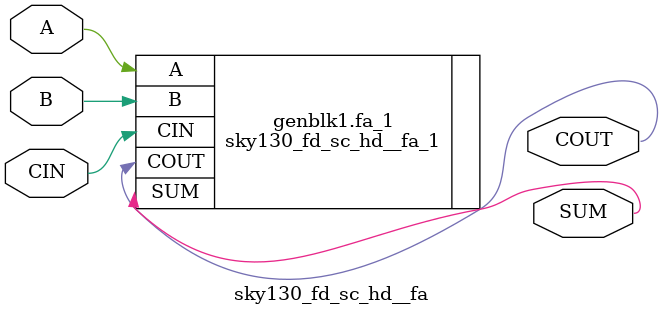
<source format=v>
`default_nettype none

module sky130_fd_sc_hd__fa #(
    parameter integer DRIVE_LEVEL = 1
) (
    COUT,
    SUM ,
    A   ,
    B   ,
    CIN
);

    // Module ports
    output COUT;
    output SUM ;
    input  A   ;
    input  B   ;
    input  CIN ;

    generate
        if (DRIVE_LEVEL == 1) begin
            sky130_fd_sc_hd__fa_1 fa_1 (
`ifdef USE_POWER_PINS
                .VPWR    (1'b1),
                .VGND    (1'b0),
                .VPB     (1'b1),
                .VNB     (1'b0),
`endif
                .COUT    (COUT),
                .SUM     (SUM),
                .A       (A),
                .B       (B),
                .CIN     (CIN)
            );
        end else if (DRIVE_LEVEL == 2) begin
            sky130_fd_sc_hd__fa_2 fa_2 (
`ifdef USE_POWER_PINS
                .VPWR    (1'b1),
                .VGND    (1'b0),
                .VPB     (1'b1),
                .VNB     (1'b0),
`endif
                .COUT    (COUT),
                .SUM     (SUM),
                .A       (A),
                .B       (B),
                .CIN     (CIN)
            );
        end else if (DRIVE_LEVEL == 4) begin
            sky130_fd_sc_hd__fa_4 fa_4 (
`ifdef USE_POWER_PINS
                .VPWR    (1'b1),
                .VGND    (1'b0),
                .VPB     (1'b1),
                .VNB     (1'b0),
`endif
                .COUT    (COUT),
                .SUM     (SUM),
                .A       (A),
                .B       (B),
                .CIN     (CIN)
            );
        end else begin
            // Check sky130 cell library for your requirement and add case
            $error("DRIVE_LEVEL=%d is not implemented for sky130_fd_sc_hd__fa", DRIVE_LEVEL);
        end
    endgenerate

endmodule

</source>
